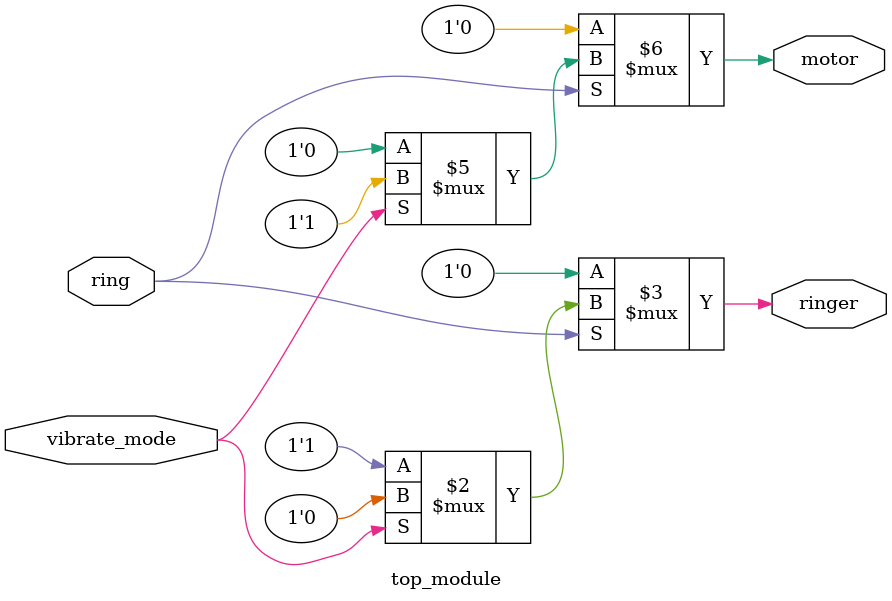
<source format=v>
module top_module (
    input ring,
    input vibrate_mode,
    output ringer,       // Make sound
    output motor         // Vibrate
);
    assign ringer = (ring)?(vibrate_mode==1'b0)?1'b1:1'b0:1'b0;
    assign motor = (ring)?(vibrate_mode==1'b1)?1'b1:1'b0:1'b0;
endmodule

</source>
